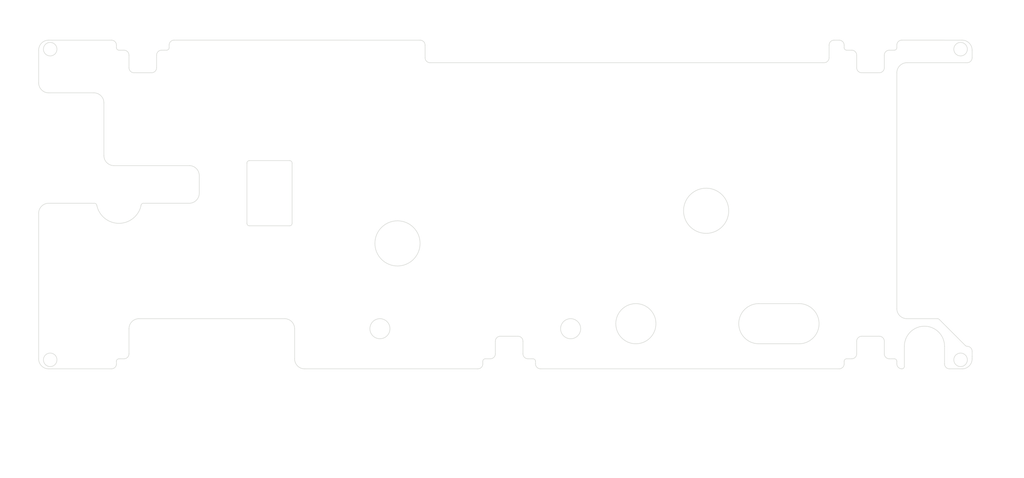
<source format=kicad_pcb>
(kicad_pcb (version 20221018) (generator pcbnew)

  (general
    (thickness 0.8)
  )

  (paper "A4")
  (title_block
    (title "mcHF QRP RF Shield ")
    (comment 1 "(C) Piotr Esden-Tempski")
    (comment 2 "License: CC-BY-SA 4.0")
  )

  (layers
    (0 "F.Cu" signal)
    (31 "B.Cu" signal)
    (32 "B.Adhes" user "B.Adhesive")
    (33 "F.Adhes" user "F.Adhesive")
    (34 "B.Paste" user)
    (35 "F.Paste" user)
    (36 "B.SilkS" user "B.Silkscreen")
    (37 "F.SilkS" user "F.Silkscreen")
    (38 "B.Mask" user)
    (39 "F.Mask" user)
    (40 "Dwgs.User" user "User.Drawings")
    (41 "Cmts.User" user "User.Comments")
    (42 "Eco1.User" user "User.Eco1")
    (43 "Eco2.User" user "User.Eco2")
    (44 "Edge.Cuts" user)
    (45 "Margin" user)
    (46 "B.CrtYd" user "B.Courtyard")
    (47 "F.CrtYd" user "F.Courtyard")
    (48 "B.Fab" user)
    (49 "F.Fab" user)
    (50 "User.1" user)
    (51 "User.2" user)
    (52 "User.3" user)
    (53 "User.4" user)
    (54 "User.5" user)
    (55 "User.6" user)
    (56 "User.7" user)
    (57 "User.8" user)
    (58 "User.9" user)
  )

  (setup
    (stackup
      (layer "F.SilkS" (type "Top Silk Screen"))
      (layer "F.Paste" (type "Top Solder Paste"))
      (layer "F.Mask" (type "Top Solder Mask") (color "White") (thickness 0))
      (layer "F.Cu" (type "copper") (thickness 0))
      (layer "dielectric 1" (type "core") (thickness 0.8) (material "FR4") (epsilon_r 4.5) (loss_tangent 0.02))
      (layer "B.Cu" (type "copper") (thickness 0))
      (layer "B.Mask" (type "Bottom Solder Mask") (color "White") (thickness 0))
      (layer "B.Paste" (type "Bottom Solder Paste"))
      (layer "B.SilkS" (type "Bottom Silk Screen"))
      (copper_finish "None")
      (dielectric_constraints no)
    )
    (pad_to_mask_clearance 0)
    (pcbplotparams
      (layerselection 0x0001000_7ffffffe)
      (plot_on_all_layers_selection 0x0000000_00000000)
      (disableapertmacros false)
      (usegerberextensions false)
      (usegerberattributes true)
      (usegerberadvancedattributes true)
      (creategerberjobfile true)
      (dashed_line_dash_ratio 12.000000)
      (dashed_line_gap_ratio 3.000000)
      (svgprecision 6)
      (plotframeref false)
      (viasonmask false)
      (mode 1)
      (useauxorigin false)
      (hpglpennumber 1)
      (hpglpenspeed 20)
      (hpglpendiameter 15.000000)
      (dxfpolygonmode false)
      (dxfimperialunits false)
      (dxfusepcbnewfont true)
      (psnegative false)
      (psa4output false)
      (plotreference false)
      (plotvalue false)
      (plotinvisibletext false)
      (sketchpadsonfab false)
      (subtractmaskfromsilk false)
      (outputformat 3)
      (mirror false)
      (drillshape 0)
      (scaleselection 1)
      (outputdirectory "")
    )
  )

  (net 0 "")

  (gr_rect (start 20 20) (end 206 85.5)
    (stroke (width 0.1) (type solid)) (fill none) (layer "Eco1.User") (tstamp 3c80e672-fb38-40c2-969a-a3483ce4ea14))
  (gr_arc (start 163.5 80.5) (mid 159.5 76.5) (end 163.5 72.5)
    (stroke (width 0.1) (type solid)) (layer "Eco2.User") (tstamp 036aedde-03c8-4421-8e8d-3319bf7e1df1))
  (gr_line (start 180.5 83.5) (end 183 83.5)
    (stroke (width 0.1) (type solid)) (layer "Eco2.User") (tstamp 0ca68106-3890-4185-8ef2-035db26a0f67))
  (gr_circle (center 88 77.5) (end 90 77.5)
    (stroke (width 0.1) (type solid)) (fill none) (layer "Eco2.User") (tstamp 0d5d5f7b-b6dd-4a36-bcb1-66e81838986c))
  (gr_rect (start 61.5 44) (end 70.5 57)
    (stroke (width 0.1) (type solid)) (fill none) (layer "Eco2.User") (tstamp 12fa27e8-8758-47aa-8cd4-b7c967228ecc))
  (gr_line (start 35.5 85.5) (end 35.5 83.5)
    (stroke (width 0.1) (type solid)) (layer "Eco2.User") (tstamp 147e7802-6b63-4451-846e-28e2777c1569))
  (gr_line (start 38 83.5) (end 38 75.5)
    (stroke (width 0.1) (type solid)) (layer "Eco2.User") (tstamp 18ce56c3-e4e6-4f78-b886-b7f34008f6bf))
  (gr_line (start 52 52.5) (end 52 45)
    (stroke (width 0.1) (type solid)) (layer "Eco2.User") (tstamp 27e66e6b-abbe-40cc-bbf6-1479bbdb70e7))
  (gr_line (start 46 22) (end 43.5 22)
    (stroke (width 0.1) (type solid)) (layer "Eco2.User") (tstamp 29f94ca4-b78b-4dc3-a446-f23c8ee1a3a2))
  (gr_line (start 35.5 83.5) (end 38 83.5)
    (stroke (width 0.1) (type solid)) (layer "Eco2.User") (tstamp 2c27fb0d-b0dc-4f88-ae8c-0f540007611f))
  (gr_line (start 108.5 85.5) (end 108.5 83.5)
    (stroke (width 0.1) (type solid)) (layer "Eco2.User") (tstamp 2c6a32ea-91e0-481d-bcc0-74b8f4850844))
  (gr_line (start 191 75.5) (end 198.5 75.5)
    (stroke (width 0.1) (type solid)) (layer "Eco2.User") (tstamp 306913a4-1279-494c-a49e-762559e1a2bf))
  (gr_line (start 116.5 83.5) (end 119 83.5)
    (stroke (width 0.1) (type solid)) (layer "Eco2.User") (tstamp 30ee01b1-ae04-4eee-bb7f-281f1bd1c804))
  (gr_line (start 163.5 80.5) (end 171.5 80.5)
    (stroke (width 0.1) (type solid)) (layer "Eco2.User") (tstamp 32cc0acd-0a57-4952-b532-3bac2b40ec2d))
  (gr_line (start 206 24.5) (end 191 24.5)
    (stroke (width 0.1) (type solid)) (layer "Eco2.User") (tstamp 348c9537-e28c-4c7b-b4fa-2812624b83fa))
  (gr_line (start 180.5 85.5) (end 180.5 83.5)
    (stroke (width 0.1) (type solid)) (layer "Eco2.User") (tstamp 34c9b05c-1152-4596-9141-766389eb073f))
  (gr_line (start 171.5 72.5) (end 163.5 72.5)
    (stroke (width 0.1) (type solid)) (layer "Eco2.User") (tstamp 369955e7-0fed-4177-93f0-a57b64c22894))
  (gr_line (start 38 26.5) (end 38 22.000001)
    (stroke (width 0.1) (type solid)) (layer "Eco2.User") (tstamp 3d026c44-4245-439f-a783-cc82843a7f39))
  (gr_line (start 111 79) (end 116.5 79)
    (stroke (width 0.1) (type solid)) (layer "Eco2.User") (tstamp 3dcb6bfd-7a52-4373-b2e2-71cb03402203))
  (gr_circle (center 22.3 21.8) (end 23.65 21.8)
    (stroke (width 0.1) (type solid)) (fill none) (layer "Eco2.User") (tstamp 40508d3e-b5bf-4ae7-b452-26001aefb3c8))
  (gr_line (start 33 30.5) (end 33 45)
    (stroke (width 0.1) (type solid)) (layer "Eco2.User") (tstamp 419e7edb-3a64-4456-b0ac-53b1db8228e5))
  (gr_line (start 198.5 75.5) (end 204 81)
    (stroke (width 0.1) (type solid)) (layer "Eco2.User") (tstamp 426db3e6-9106-4158-a91b-656b0acb43ad))
  (gr_arc (start 171.5 72.5) (mid 175.5 76.5) (end 171.5 80.5)
    (stroke (width 0.1) (type solid)) (layer "Eco2.User") (tstamp 4952a5c4-1816-4f5a-8292-7310113ff05e))
  (gr_line (start 38 22.000001) (end 35.5 22.000001)
    (stroke (width 0.1) (type solid)) (layer "Eco2.User") (tstamp 4f495e0d-d316-46e7-a8c7-85320176a54a))
  (gr_line (start 46 20) (end 46 22)
    (stroke (width 0.1) (type solid)) (layer "Eco2.User") (tstamp 5161f543-26f1-4b41-8930-d36011afeed1))
  (gr_line (start 43.5 22) (end 43.5 26.5)
    (stroke (width 0.1) (type solid)) (layer "Eco2.User") (tstamp 519409df-2ba3-4203-97ec-dc8e589eedf5))
  (gr_line (start 177.5 20) (end 177.5 24.5)
    (stroke (width 0.1) (type solid)) (layer "Eco2.User") (tstamp 573937c5-44c9-4ae9-b620-8ce5d9eeb2ec))
  (gr_line (start 192.5 81) (end 192.5 85.5)
    (stroke (width 0.1) (type solid)) (layer "Eco2.User") (tstamp 58e24b57-8cd0-4d9a-b919-6b4678eea4ab))
  (gr_line (start 183 22.000001) (end 180.5 22.000001)
    (stroke (width 0.1) (type solid)) (layer "Eco2.User") (tstamp 5e03722c-3317-46bb-b7ac-b69b80a47b83))
  (gr_line (start 35.5 22.000001) (end 35.5 20)
    (stroke (width 0.1) (type solid)) (layer "Eco2.User") (tstamp 65edc3c1-0c9b-411b-b800-725fa5eb7135))
  (gr_circle (center 153 54) (end 157.5 54)
    (stroke (width 0.1) (type solid)) (fill none) (layer "Eco2.User") (tstamp 6af3fc0c-adf3-433b-9145-738a53c0f7bb))
  (gr_line (start 183 79) (end 188.5 79)
    (stroke (width 0.1) (type solid)) (layer "Eco2.User") (tstamp 6b8d10eb-9b42-47b6-b6bf-2cefb7e88a76))
  (gr_circle (center 203.7 21.8) (end 205.05 21.8)
    (stroke (width 0.1) (type solid)) (fill none) (layer "Eco2.User") (tstamp 7276f7f3-e9bf-4688-876e-ee97b70b9c53))
  (gr_line (start 71 75.5) (end 71 85.5)
    (stroke (width 0.1) (type solid)) (layer "Eco2.User") (tstamp 7be781dd-a273-436f-9e3b-fe61c1015628))
  (gr_line (start 191 24.5) (end 191 75.5)
    (stroke (width 0.1) (type solid)) (layer "Eco2.User") (tstamp 7d7faf05-e746-4f11-9be3-772a4cb247b8))
  (gr_line (start 191 22) (end 188.5 22)
    (stroke (width 0.1) (type solid)) (layer "Eco2.User") (tstamp 81826aa3-e2b5-4008-b21a-28df19634eb2))
  (gr_circle (center 126 77.5) (end 128 77.5)
    (stroke (width 0.1) (type solid)) (fill none) (layer "Eco2.User") (tstamp 844cf659-d866-4a9b-80e0-1f3e79c859e6))
  (gr_line (start 43.5 26.5) (end 38 26.5)
    (stroke (width 0.1) (type solid)) (layer "Eco2.User") (tstamp 88e0294e-e2ac-4d64-8434-cda914f3b652))
  (gr_line (start 177.5 24.5) (end 97 24.5)
    (stroke (width 0.1) (type solid)) (layer "Eco2.User") (tstamp 8d44b40a-a79d-4717-8dac-e93cde2089ab))
  (gr_line (start 191 83.499999) (end 191 85.5)
    (stroke (width 0.1) (type solid)) (layer "Eco2.User") (tstamp 8e8c902c-3ac3-4228-92c3-242b355f4abf))
  (gr_line (start 111 83.5) (end 111 79)
    (stroke (width 0.1) (type solid)) (layer "Eco2.User") (tstamp 907abe5a-ab87-48a2-a794-bd47f79acd72))
  (gr_circle (center 91.5 60.5) (end 96 60.5)
    (stroke (width 0.1) (type solid)) (fill none) (layer "Eco2.User") (tstamp 95ab0735-7598-4162-ba34-a5dc202afa6b))
  (gr_circle (center 139 76.5) (end 143 76.5)
    (stroke (width 0.1) (type solid)) (fill none) (layer "Eco2.User") (tstamp 9c18cbb7-5c77-4b39-acac-f4aacb6d1555))
  (gr_line (start 97 24.5) (end 97 20)
    (stroke (width 0.1) (type solid)) (layer "Eco2.User") (tstamp 9f123e17-e006-414a-ad47-18e6fea09f78))
  (gr_arc (start 192.5 81) (mid 196.5 77) (end 200.5 81)
    (stroke (width 0.1) (type solid)) (layer "Eco2.User") (tstamp a9b2dfa6-dea1-4c6c-a95e-0f0e2a86441f))
  (gr_circle (center 22.3 83.7) (end 23.65 83.7)
    (stroke (width 0.1) (type solid)) (fill none) (layer "Eco2.User") (tstamp aa830118-b167-4366-be14-0dc5fc056836))
  (gr_line (start 20 52.5) (end 52 52.5)
    (stroke (width 0.1) (type solid)) (layer "Eco2.User") (tstamp ae217c0d-a3d5-4306-8022-d4f7d1f2d68c))
  (gr_line (start 204 81) (end 206 81)
    (stroke (width 0.1) (type solid)) (layer "Eco2.User") (tstamp ae3e0f11-ee14-4483-8922-0f51c2624d22))
  (gr_line (start 188.5 26.5) (end 183 26.5)
    (stroke (width 0.1) (type solid)) (layer "Eco2.User") (tstamp b3938b68-a7b7-4427-99f9-f24adfb7a220))
  (gr_line (start 183 26.5) (end 183 22.000001)
    (stroke (width 0.1) (type solid)) (layer "Eco2.User") (tstamp bab49153-a815-4334-9ee0-dca8837eec7a))
  (gr_line (start 200.5 85.5) (end 200.5 81)
    (stroke (width 0.1) (type solid)) (layer "Eco2.User") (tstamp c1812196-42e0-4bc9-9df0-ef49b28555fc))
  (gr_line (start 188.5 83.499999) (end 191 83.499999)
    (stroke (width 0.1) (type solid)) (layer "Eco2.User") (tstamp c1a4a2ac-8569-4d41-8ada-0d7679882e45))
  (gr_line (start 188.5 79) (end 188.5 83.499999)
    (stroke (width 0.1) (type solid)) (layer "Eco2.User") (tstamp c21553f4-77dc-4729-bbd9-09cabbc37008))
  (gr_line (start 52 45) (end 33 45)
    (stroke (width 0.1) (type solid)) (layer "Eco2.User") (tstamp c44ff679-f1cb-4c3a-b96d-6aa20d1de6c1))
  (gr_circle (center 203.7 83.7) (end 205.05 83.7)
    (stroke (width 0.1) (type solid)) (fill none) (layer "Eco2.User") (tstamp c7ad7723-242e-4f4c-872d-d8399b1ffc6c))
  (gr_line (start 191 20) (end 191 22)
    (stroke (width 0.1) (type solid)) (layer "Eco2.User") (tstamp c9ff1b75-a479-4dee-b341-33a8bbf780ce))
  (gr_line (start 119 83.5) (end 119 85.5)
    (stroke (width 0.1) (type solid)) (layer "Eco2.User") (tstamp d058ea03-e370-4f10-897e-8b444344e5f4))
  (gr_line (start 180.5 22.000001) (end 180.5 20)
    (stroke (width 0.1) (type solid)) (layer "Eco2.User") (tstamp d0b255ee-9c09-492c-8631-74221eb40540))
  (gr_line (start 108.5 83.5) (end 111 83.5)
    (stroke (width 0.1) (type solid)) (layer "Eco2.User") (tstamp d13d5d03-00d8-48a5-8780-9c5c3cefa5eb))
  (gr_line (start 38 75.5) (end 71 75.5)
    (stroke (width 0.1) (type solid)) (layer "Eco2.User") (tstamp d3433550-9492-4ec8-a2a2-6e62941d487d))
  (gr_line (start 116.5 79) (end 116.5 83.5)
    (stroke (width 0.1) (type solid)) (layer "Eco2.User") (tstamp f1eac80b-ccf8-4c17-ba66-cbb338682f4f))
  (gr_line (start 188.5 22) (end 188.5 26.5)
    (stroke (width 0.1) (type solid)) (layer "Eco2.User") (tstamp f425f498-a9c3-4c2a-88cf-a3a9fecb7154))
  (gr_line (start 183 83.5) (end 183 79)
    (stroke (width 0.1) (type solid)) (layer "Eco2.User") (tstamp f9910edd-d3d5-4303-b621-ab7cb165f77d))
  (gr_circle (center 36 52) (end 40.5 52)
    (stroke (width 0.1) (type solid)) (fill none) (layer "Eco2.User") (tstamp fca565b8-8b54-474d-adc7-355ab4de9661))
  (gr_line (start 20 30.5) (end 33 30.5)
    (stroke (width 0.1) (type solid)) (layer "Eco2.User") (tstamp fecaa9c2-5476-4404-bd49-69b733d5f6a5))
  (gr_line (start 39 26.5) (end 42.5 26.5)
    (stroke (width 0.1) (type solid)) (layer "Edge.Cuts") (tstamp 059cc1d8-06c4-4bd6-bb62-7143790a7e62))
  (gr_arc (start 180.5 84.595013) (mid 180.174352 85.240164) (end 179.5 85.5)
    (stroke (width 0.1) (type solid)) (layer "Edge.Cuts") (tstamp 07b00f90-d25d-4107-b6e1-69438ce8f1f6))
  (gr_arc (start 193 75.5) (mid 191.585786 74.914214) (end 191 73.5)
    (stroke (width 0.1) (type solid)) (layer "Edge.Cuts") (tstamp 087b654c-c9cb-418e-9f38-b456309525f6))
  (gr_line (start 192 19.995013) (end 204 20)
    (stroke (width 0.1) (type solid)) (layer "Edge.Cuts") (tstamp 0c293ec8-b131-46c2-87f3-72e750b494e9))
  (gr_line (start 62 44) (end 70 44)
    (stroke (width 0.1) (type solid)) (layer "Edge.Cuts") (tstamp 0c8e690c-4135-4675-8067-15607684e850))
  (gr_line (start 189.5 83.495013) (end 190.5 83.495014)
    (stroke (width 0.1) (type solid)) (layer "Edge.Cuts") (tstamp 0f1e5201-d67e-4a51-a65f-9cf8a713191a))
  (gr_arc (start 177.5 21) (mid 177.792893 20.292893) (end 178.5 20)
    (stroke (width 0.1) (type solid)) (layer "Edge.Cuts") (tstamp 0f366ea7-ecf8-4f16-871f-25ba5eedc2c0))
  (gr_arc (start 37 22) (mid 37.707107 22.292893) (end 38 23)
    (stroke (width 0.1) (type solid)) (layer "Edge.Cuts") (tstamp 0fdab609-05d0-42d4-9845-af24ea7c92aa))
  (gr_arc (start 188.5 23) (mid 188.792893 22.292893) (end 189.5 22)
    (stroke (width 0.1) (type solid)) (layer "Edge.Cuts") (tstamp 1032a3ae-7785-4f11-a087-99326ed3f125))
  (gr_line (start 109 83.495013) (end 110 83.495013)
    (stroke (width 0.1) (type solid)) (layer "Edge.Cuts") (tstamp 1092e194-d47b-4313-81ae-a13a85554eaa))
  (gr_line (start 36 83.495013) (end 37 83.495013)
    (stroke (width 0.1) (type solid)) (layer "Edge.Cuts") (tstamp 12e9c8a2-3d26-4188-89e9-15f6fbb9a176))
  (gr_line (start 184 26.5) (end 187.5 26.5)
    (stroke (width 0.1) (type solid)) (layer "Edge.Cuts") (tstamp 1311d6a3-390d-48e0-9b01-93b83bafe94e))
  (gr_line (start 108.5 84.595013) (end 108.5 83.995013)
    (stroke (width 0.1) (type solid)) (layer "Edge.Cuts") (tstamp 14fcb7cd-9ee6-4afe-95d0-f9944c6b6486))
  (gr_line (start 35.5 84.595013) (end 35.5 83.995013)
    (stroke (width 0.1) (type solid)) (layer "Edge.Cuts") (tstamp 195e22e5-362a-4f25-8c17-9b4dd7538717))
  (gr_arc (start 35.5 83.995013) (mid 35.646447 83.64146) (end 36 83.495013)
    (stroke (width 0.1) (type solid)) (layer "Edge.Cuts") (tstamp 1e046c4f-8824-4e42-b290-42aaf49e5a8c))
  (gr_arc (start 20 54.5) (mid 20.585786 53.085786) (end 22 52.5)
    (stroke (width 0.1) (type solid)) (layer "Edge.Cuts") (tstamp 1fa67137-0e51-4d34-a122-3125e7d66fb8))
  (gr_arc (start 206 83.5) (mid 205.414214 84.914214) (end 204 85.5)
    (stroke (width 0.1) (type solid)) (layer "Edge.Cuts") (tstamp 21edd940-44a9-4cee-b112-c5246c49ad7c))
  (gr_line (start 200.5 84.5) (end 200.5 81)
    (stroke (width 0.1) (type solid)) (layer "Edge.Cuts") (tstamp 239e43b6-0870-4684-8872-554b56cccc33))
  (gr_arc (start 191 21.5) (mid 190.853553 21.853553) (end 190.5 22)
    (stroke (width 0.1) (type solid)) (layer "Edge.Cuts") (tstamp 27633592-cfba-43e6-886d-785f2dfcd329))
  (gr_line (start 46.000001 20.9) (end 46 21.5)
    (stroke (width 0.1) (type solid)) (layer "Edge.Cuts") (tstamp 2c4f7346-d694-4c22-98eb-c9caad2555ec))
  (gr_arc (start 108.5 83.995013) (mid 108.646447 83.64146) (end 109 83.495013)
    (stroke (width 0.1) (type solid)) (layer "Edge.Cuts") (tstamp 2caba19d-966f-4619-85f7-a0868e4d2025))
  (gr_arc (start 43.5 23) (mid 43.792893 22.292893) (end 44.5 22)
    (stroke (width 0.1) (type solid)) (layer "Edge.Cuts") (tstamp 2dbd9aae-ed36-4251-8718-83229e3e1462))
  (gr_line (start 178.5 20) (end 179.5 20)
    (stroke (width 0.1) (type solid)) (layer "Edge.Cuts") (tstamp 2dd41330-0743-409b-ab64-401e3731d089))
  (gr_line (start 35.5 21.5) (end 35.5 21)
    (stroke (width 0.1) (type solid)) (layer "Edge.Cuts") (tstamp 2f2cac7f-7108-4091-9172-c6d70440d525))
  (gr_circle (center 126 77.5) (end 128 77.5)
    (stroke (width 0.1) (type solid)) (fill none) (layer "Edge.Cuts") (tstamp 2f59a751-a500-4453-a890-1cc91c1dde43))
  (gr_line (start 22 20) (end 34.5 20)
    (stroke (width 0.1) (type solid)) (layer "Edge.Cuts") (tstamp 34407764-5ad0-47e2-94ee-d6ef3c5f30b9))
  (gr_line (start 187.5 78.995013) (end 184 78.995013)
    (stroke (width 0.1) (type solid)) (layer "Edge.Cuts") (tstamp 36217780-6ff6-4f76-a9cc-a75d8984451c))
  (gr_line (start 47 19.995013) (end 96 20)
    (stroke (width 0.1) (type solid)) (layer "Edge.Cuts") (tstamp 377c79c1-585e-456c-a16b-31f28a2c0607))
  (gr_arc (start 73 85.5) (mid 71.585786 84.914214) (end 71 83.5)
    (stroke (width 0.1) (type solid)) (layer "Edge.Cuts") (tstamp 38582939-8b0d-4dfc-9524-2510058dc615))
  (gr_arc (start 35 45) (mid 33.585786 44.414214) (end 33 43)
    (stroke (width 0.1) (type solid)) (layer "Edge.Cuts") (tstamp 3abd9f23-58fe-4ea1-98c5-6e56f1acb333))
  (gr_line (start 188.5 82.495013) (end 188.5 79.995012)
    (stroke (width 0.1) (type solid)) (layer "Edge.Cuts") (tstamp 3adee34e-023b-4502-9617-7953a0d23b94))
  (gr_arc (start 35.5 84.595013) (mid 35.174352 85.240164) (end 34.5 85.5)
    (stroke (width 0.1) (type solid)) (layer "Edge.Cuts") (tstamp 3b69941b-2b5e-4b9d-955b-f0ef887fcfd4))
  (gr_arc (start 70 44) (mid 70.353553 44.146447) (end 70.5 44.5)
    (stroke (width 0.1) (type solid)) (layer "Edge.Cuts") (tstamp 400864f3-4d31-44d7-8fa2-84e961156b95))
  (gr_arc (start 43.5 25.5) (mid 43.207107 26.207107) (end 42.5 26.5)
    (stroke (width 0.1) (type solid)) (layer "Edge.Cuts") (tstamp 40c1add4-b921-4f97-816c-a21193457bc1))
  (gr_arc (start 96 20) (mid 96.707107 20.292893) (end 97 21)
    (stroke (width 0.1) (type solid)) (layer "Edge.Cuts") (tstamp 44ebd578-597c-4e55-8e0d-e88c78fb7860))
  (gr_arc (start 117.5 83.495013) (mid 116.792893 83.20212) (end 116.5 82.495013)
    (stroke (width 0.1) (type solid)) (layer "Edge.Cuts") (tstamp 4541f183-2b00-48ac-846d-a867ed4704df))
  (gr_arc (start 182 22) (mid 182.707107 22.292893) (end 183 23)
    (stroke (width 0.1) (type solid)) (layer "Edge.Cuts") (tstamp 45fca78a-cc58-4356-915a-e091fd314b53))
  (gr_arc (start 111 79.995013) (mid 111.292893 79.287906) (end 112 78.995013)
    (stroke (width 0.1) (type solid)) (layer "Edge.Cuts") (tstamp 481bf9a2-0544-4547-884d-0822f581daea))
  (gr_arc (start 205 81) (mid 205.707107 81.292893) (end 206 82)
    (stroke (width 0.1) (type solid)) (layer "Edge.Cuts") (tstamp 4907aba6-707c-4ee9-a413-05e0d540ef15))
  (gr_arc (start 115.5 78.995013) (mid 116.207106 79.287906) (end 116.5 79.995012)
    (stroke (width 0.1) (type solid)) (layer "Edge.Cuts") (tstamp 4a1cb180-01a3-4da5-9542-b5abfbdd96e6))
  (gr_arc (start 183 79.995013) (mid 183.292893 79.287906) (end 184 78.995013)
    (stroke (width 0.1) (type solid)) (layer "Edge.Cuts") (tstamp 4c71b0db-f491-4764-8596-6cc785eadd94))
  (gr_arc (start 204 20) (mid 205.414214 20.585786) (end 206 22)
    (stroke (width 0.1) (type solid)) (layer "Edge.Cuts") (tstamp 557f97c0-d800-417d-938b-5bbdaf632098))
  (gr_line (start 180.5 21.5) (end 180.5 21)
    (stroke (width 0.1) (type solid)) (layer "Edge.Cuts") (tstamp 5d6295c7-1ba2-4ff2-8ef1-e510762bdd90))
  (gr_line (start 180.5 84.595013) (end 180.5 83.995013)
    (stroke (width 0.1) (type solid)) (layer "Edge.Cuts") (tstamp 5d8caa4d-1122-41cc-bd66-8c3ae108365f))
  (gr_line (start 181 83.495013) (end 182 83.495013)
    (stroke (width 0.1) (type solid)) (layer "Edge.Cuts") (tstamp 5e97be39-1ce3-4f86-b34c-3c25d49c78c5))
  (gr_line (start 177.5 23.5) (end 177.5 21)
    (stroke (width 0.1) (type solid)) (layer "Edge.Cuts") (tstamp 5f4eeea8-1133-4360-afb0-7f5c5fa9ef7b))
  (gr_arc (start 206 23.5) (mid 205.707107 24.207107) (end 205 24.5)
    (stroke (width 0.1) (type solid)) (layer "Edge.Cuts") (tstamp 600eedaf-12f2-49b9-9dce-f1c8492bff2b))
  (gr_arc (start 171.5 72.5) (mid 175.5 76.5) (end 171.5 80.5)
    (stroke (width 0.1) (type solid)) (layer "Edge.Cuts") (tstamp 611f450e-818a-44e1-abb9-a5e5ae20ea63))
  (gr_arc (start 52 50.5) (mid 51.414214 51.914214) (end 50 52.5)
    (stroke (width 0.1) (type solid)) (layer "Edge.Cuts") (tstamp 65cea409-c8a1-4e58-a991-3af420395529))
  (gr_line (start 171.5 72.5) (end 163.5 72.5)
    (stroke (width 0.1) (type solid)) (layer "Edge.Cuts") (tstamp 6630b109-c114-4901-b670-3c49a4c55710))
  (gr_arc (start 39 26.5) (mid 38.292893 26.207107) (end 38 25.5)
    (stroke (width 0.1) (type solid)) (layer "Edge.Cuts") (tstamp 664c4c55-9ca8-49c9-99fc-b1864ebb3152))
  (gr_arc (start 40.39 53) (mid 36 56.500496) (end 31.61 53)
    (stroke (width 0.1) (type solid)) (layer "Edge.Cuts") (tstamp 6a306cdd-3a96-4551-bffe-a91ec330f3ba))
  (gr_line (start 206 22) (end 206 23.5)
    (stroke (width 0.1) (type solid)) (layer "Edge.Cuts") (tstamp 6a3a976c-a0a9-48a8-a404-e6f0d8bace58))
  (gr_line (start 70.5 44.5) (end 70.5 56.5)
    (stroke (width 0.1) (type solid)) (layer "Edge.Cuts") (tstamp 6cfb65de-3c88-4836-a320-983de30cc157))
  (gr_line (start 61.5 56.5) (end 61.5 44.5)
    (stroke (width 0.1) (type solid)) (layer "Edge.Cuts") (tstamp 6e11fbe5-842d-4800-b334-41954930350b))
  (gr_line (start 22 52.5) (end 31.106447 52.5)
    (stroke (width 0.1) (type solid)) (layer "Edge.Cuts") (tstamp 6ffde2e8-be7d-4b19-a49c-28069b6a53ae))
  (gr_arc (start 191.000001 20.9) (mid 191.325649 20.25485) (end 192 19.995013)
    (stroke (width 0.1) (type solid)) (layer "Edge.Cuts") (tstamp 73060ff3-472f-44d8-a163-1ca3aa29ec27))
  (gr_arc (start 34.5 20) (mid 35.207107 20.292893) (end 35.5 21)
    (stroke (width 0.1) (type solid)) (layer "Edge.Cuts") (tstamp 7719610f-aaba-4821-82e4-c95c0dad0eae))
  (gr_line (start 190.999999 83.995013) (end 191 84.495013)
    (stroke (width 0.1) (type solid)) (layer "Edge.Cuts") (tstamp 77c0297c-6166-436e-9a60-a0ec98913f5e))
  (gr_line (start 107.5 85.5) (end 73 85.5)
    (stroke (width 0.1) (type solid)) (layer "Edge.Cuts") (tstamp 78fc4583-266c-425f-9787-2684c5242f68))
  (gr_circle (center 139 76.5) (end 143 76.5)
    (stroke (width 0.1) (type solid)) (fill none) (layer "Edge.Cuts") (tstamp 799fe917-ce00-493f-93fe-c43541b2ec30))
  (gr_line (start 204.646447 80.851614) (end 199.45 75.646447)
    (stroke (width 0.1) (type solid)) (layer "Edge.Cuts") (tstamp 7ac77ea3-0b9b-45a3-8317-6fd13bca605c))
  (gr_line (start 71 83.5) (end 71 77.5)
    (stroke (width 0.1) (type solid)) (layer "Edge.Cuts") (tstamp 7e75d82e-01fb-4310-a6ab-81a6b03e31bb))
  (gr_arc (start 38 77.5) (mid 38.585786 76.085786) (end 40 75.5)
    (stroke (width 0.1) (type solid)) (layer "Edge.Cuts") (tstamp 7e948331-364b-4cee-a65f-b38f7ecec903))
  (gr_line (start 179.5 85.5) (end 120 85.495013)
    (stroke (width 0.1) (type solid)) (layer "Edge.Cuts") (tstamp 807cacdf-fdb9-4059-a9fb-d6cb1b8ad8ce))
  (gr_line (start 50.1 45) (end 35 45)
    (stroke (width 0.1) (type solid)) (layer "Edge.Cuts") (tstamp 82347cf6-c854-4033-bc1a-1b6ef3dc92f6))
  (gr_arc (start 189.5 83.495013) (mid 188.792893 83.20212) (end 188.5 82.495013)
    (stroke (width 0.1) (type solid)) (layer "Edge.Cuts") (tstamp 82558b64-2077-4092-b36e-fe0394c7212a))
  (gr_line (start 118.999999 83.995013) (end 119 84.495013)
    (stroke (width 0.1) (type solid)) (layer "Edge.Cuts") (tstamp 84d1f596-680f-4482-b6b5-14977a5683c6))
  (gr_line (start 70 57) (end 62 57)
    (stroke (width 0.1) (type solid)) (layer "Edge.Cuts") (tstamp 881452fd-bdbb-4e81-8e88-addd3112dbb8))
  (gr_circle (center 203.7 83.7) (end 205.05 83.7)
    (stroke (width 0.1) (type solid)) (fill none) (layer "Edge.Cuts") (tstamp 88dadc5a-fa68-4910-ab76-ab5b96521cfa))
  (gr_arc (start 187.5 78.995013) (mid 188.207106 79.287906) (end 188.5 79.995012)
    (stroke (width 0.1) (type solid)) (layer "Edge.Cuts") (tstamp 89db186b-5615-4da5-aed1-71b24ad9f43a))
  (gr_arc (start 201.5 85.5) (mid 200.792893 85.207107) (end 200.5 84.5)
    (stroke (width 0.1) (type solid)) (layer "Edge.Cuts") (tstamp 8a418bcc-8efa-4402-8088-370164df7199))
  (gr_arc (start 22 85.5) (mid 20.585786 84.914214) (end 20 83.5)
    (stroke (width 0.1) (type solid)) (layer "Edge.Cuts") (tstamp 8d746bd1-ff39-4fec-961c-e79e16126888))
  (gr_arc (start 118.5 83.495014) (mid 118.853553 83.64146) (end 118.999999 83.995013)
    (stroke (width 0.1) (type solid)) (layer "Edge.Cuts") (tstamp 8f1886c3-6b42-4651-bea5-94134c017b62))
  (gr_arc (start 181 22) (mid 180.646447 21.853553) (end 180.5 21.5)
    (stroke (width 0.1) (type solid)) (layer "Edge.Cuts") (tstamp 918a1b28-50d5-4010-b4ea-9408c1f6259e))
  (gr_line (start 20 83.5) (end 20 54.5)
    (stroke (width 0.1) (type solid)) (layer "Edge.Cuts") (tstamp 91b64606-301d-4efb-b05d-8a9fc020f7a5))
  (gr_line (start 115.5 78.995013) (end 112 78.995013)
    (stroke (width 0.1) (type solid)) (layer "Edge.Cuts") (tstamp 91d183ee-d47a-419e-938a-656d95bac012))
  (gr_line (start 182 22) (end 181 22)
    (stroke (width 0.1) (type solid)) (layer "Edge.Cuts") (tstamp 91e68d6f-dedf-4c8e-bd89-ad7c115403f6))
  (gr_line (start 183 23) (end 183 25.5)
    (stroke (width 0.1) (type solid)) (layer "Edge.Cuts") (tstamp 9224ba96-280d-49f0-ac63-598a9c487dbd))
  (gr_arc (start 192 85.495013) (mid 191.292893 85.20212) (end 191 84.495013)
    (stroke (width 0.1) (type solid)) (layer "Edge.Cuts") (tstamp 936d2f53-e12b-4407-bb93-d3be411514e5))
  (gr_line (start 191 26.5) (end 191 73.5)
    (stroke (width 0.1) (type solid)) (layer "Edge.Cuts") (tstamp 97f68312-1a5a-4f19-b24b-ae8126713ae5))
  (gr_line (start 45.5 22) (end 44.5 22)
    (stroke (width 0.1) (type solid)) (layer "Edge.Cuts") (tstamp 9dc25e22-407f-46d1-b21a-5ab5ef20bf14))
  (gr_line (start 193 75.5) (end 199.096447 75.500001)
    (stroke (width 0.1) (type solid)) (layer "Edge.Cuts") (tstamp 9e6039a3-22e0-4dfb-bf87-79697eb971be))
  (gr_line (start 20 28.5) (end 20 22)
    (stroke (width 0.1) (type solid)) (layer "Edge.Cuts") (tstamp 9f07326d-f7a8-423e-9c29-e3f3678a4e90))
  (gr_line (start 52 50.5) (end 52.002498 47)
    (stroke (width 0.1) (type solid)) (layer "Edge.Cuts") (tstamp 9f44c1a6-af1c-4f65-9d43-816285a73126))
  (gr_arc (start 38 82.495013) (mid 37.707107 83.20212) (end 37 83.495013)
    (stroke (width 0.1) (type solid)) (layer "Edge.Cuts") (tstamp 9f5c1278-8f9a-4486-ab99-dca8bc7400e0))
  (gr_arc (start 183 82.495013) (mid 182.707107 83.20212) (end 182 83.495013)
    (stroke (width 0.1) (type solid)) (layer "Edge.Cuts") (tstamp a22106eb-855d-40a8-a700-a757cfb98dbb))
  (gr_line (start 38 23) (end 38 25.5)
    (stroke (width 0.1) (type solid)) (layer "Edge.Cuts") (tstamp a445cf8f-6ea4-4718-bd5a-d49d8f2cffc4))
  (gr_arc (start 70.5 56.5) (mid 70.353553 56.853553) (end 70 57)
    (stroke (width 0.1) (type solid)) (layer "Edge.Cuts") (tstamp a5991b20-6849-4a3c-af6c-b3582e258191))
  (gr_line (start 43.5 23) (end 43.5 25.5)
    (stroke (width 0.1) (type solid)) (layer "Edge.Cuts") (tstamp a5a2dd51-c0bf-4ce2-bcf2-4441988e5a6a))
  (gr_line (start 40.9 52.5) (end 50 52.5)
    (stroke (width 0.1) (type solid)) (layer "Edge.Cuts") (tstamp a5ad566a-d1b4-42c7-a321-05486a7c1a09))
  (gr_arc (start 184 26.5) (mid 183.292893 26.207107) (end 183 25.5)
    (stroke (width 0.1) (type solid)) (layer "Edge.Cuts") (tstamp a5d1f554-6ffa-46ce-bf9c-3983f8551eb8))
  (gr_circle (center 153 54) (end 157.5 54)
    (stroke (width 0.1) (type solid)) (fill none) (layer "Edge.Cuts") (tstamp a7881234-80e7-44aa-9d39-a2c5d88cca84))
  (gr_arc (start 36 22) (mid 35.646447 21.853553) (end 35.5 21.5)
    (stroke (width 0.1) (type solid)) (layer "Edge.Cuts") (tstamp a8df3965-7299-40a7-a1b6-8c1c8245e011))
  (gr_line (start 163.5 80.5) (end 171.5 80.5)
    (stroke (width 0.1) (type solid)) (layer "Edge.Cuts") (tstamp aa149c14-1bfb-4a3a-a776-ad52ec5d6187))
  (gr_arc (start 46 21.5) (mid 45.853553 21.853553) (end 45.5 22)
    (stroke (width 0.1) (type solid)) (layer "Edge.Cuts") (tstamp ac884bc9-f17e-4589-8cc1-ff7e229e1e28))
  (gr_line (start 191.000001 20.9) (end 191 21.5)
    (stroke (width 0.1) (type solid)) (layer "Edge.Cuts") (tstamp ae3bce7e-3d09-4b4e-a2db-376230fb2a21))
  (gr_arc (start 111 82.495013) (mid 110.707107 83.20212) (end 110 83.495013)
    (stroke (width 0.1) (type solid)) (layer "Edge.Cuts") (tstamp ae849ad3-0915-433f-857d-3cd752915c8f))
  (gr_line (start 183 82.495013) (end 183 79.995013)
    (stroke (width 0.1) (type solid)) (layer "Edge.Cuts") (tstamp ae90f291-429e-4708-a48c-52084b328633))
  (gr_line (start 192.5 81) (end 192.5 85)
    (stroke (width 0.1) (type solid)) (layer "Edge.Cuts") (tstamp b0a28623-48b6-4e17-93a3-1c173ee2e9f0))
  (gr_circle (center 22.3 83.7) (end 23.65 83.7)
    (stroke (width 0.1) (type solid)) (fill none) (layer "Edge.Cuts") (tstamp b687457c-6ec5-4c0e-abaf-da0a687f414e))
  (gr_line (start 34.5 85.5) (end 22 85.5)
    (stroke (width 0.1) (type solid)) (layer "Edge.Cuts") (tstamp b7c367f9-275f-49f0-9b0b-74bf07f599c9))
  (gr_arc (start 163.5 80.5) (mid 159.5 76.5) (end 163.5 72.5)
    (stroke (width 0.1) (type solid)) (layer "Edge.Cuts") (tstamp b9cad5ab-5c1f-4d3f-9a86-9e3b8a7a2847))
  (gr_arc (start 188.5 25.5) (mid 188.207107 26.207107) (end 187.5 26.5)
    (stroke (width 0.1) (type solid)) (layer "Edge.Cuts") (tstamp bba01cef-0130-48a1-a2ac-b02cc270129b))
  (gr_arc (start 120 85.495013) (mid 119.292893 85.20212) (end 119 84.495013)
    (stroke (width 0.1) (type solid)) (layer "Edge.Cuts") (tstamp bf3bd217-f301-4b00-8dc8-77e59864797f))
  (gr_line (start 117.5 83.495013) (end 118.5 83.495014)
    (stroke (width 0.1) (type solid)) (layer "Edge.Cuts") (tstamp c372353f-c8d7-448d-b030-a31cc6006fdc))
  (gr_circle (center 88 77.5) (end 90 77.5)
    (stroke (width 0.1) (type solid)) (fill none) (layer "Edge.Cuts") (tstamp c526fdd5-cb82-436c-99f5-84aedb656eed))
  (gr_line (start 204 85.5) (end 201.5 85.5)
    (stroke (width 0.1) (type solid)) (layer "Edge.Cuts") (tstamp c64d935a-d7e2-468d-86f8-bf38c1245a04))
  (gr_arc (start 192.5 81) (mid 196.5 77) (end 200.5 81)
    (stroke (width 0.1) (type solid)) (layer "Edge.Cuts") (tstamp c7ed139e-67d8-475e-a9c1-23538ae298af))
  (gr_arc (start 179.5 20) (mid 180.207107 20.292893) (end 180.5 21)
    (stroke (width 0.1) (type solid)) (layer "Edge.Cuts") (tstamp c825dc58-d43c-4ea7-9210-5c527b7347b9))
  (gr_line (start 190.5 22) (end 189.5 22)
    (stroke (width 0.1) (type solid)) (layer "Edge.Cuts") (tstamp c84c472a-df0a-44a9-a5fc-b328c4e5e58e))
  (gr_arc (start 205 81) (mid 204.808023 80.961676) (end 204.645476 80.85258)
    (stroke (width 0.1) (type solid)) (layer "Edge.Cuts") (tstamp c890b504-a02e-4271-a9f6-6baab133be8c))
  (gr_arc (start 190.5 83.495014) (mid 190.853553 83.64146) (end 190.999999 83.995013)
    (stroke (width 0.1) (type solid)) (layer "Edge.Cuts") (tstamp c8a53afa-bf5c-46bb-b5d6-4e968eca6d1b))
  (gr_line (start 31 30.5) (end 22 30.5)
    (stroke (width 0.1) (type solid)) (layer "Edge.Cuts") (tstamp cb8a969b-b7bd-4ce0-97d7-a9acb1231ee4))
  (gr_arc (start 199.096447 75.500001) (mid 199.288535 75.536895) (end 199.451772 75.644657)
    (stroke (width 0.1) (type solid)) (layer "Edge.Cuts") (tstamp ce876301-f9db-4f9c-b947-726289e4a284))
  (gr_line (start 38 77.5) (end 38 82.495013)
    (stroke (width 0.1) (type solid)) (layer "Edge.Cuts") (tstamp cf65f866-bf4f-48bd-8dd3-ea70a0a194dc))
  (gr_line (start 37 22) (end 36 22)
    (stroke (width 0.1) (type solid)) (layer "Edge.Cuts") (tstamp cf9883de-da15-40d7-a25d-3d470239c6dd))
  (gr_line (start 111 82.495013) (end 111 79.995013)
    (stroke (width 0.1) (type solid)) (layer "Edge.Cuts") (tstamp d13ba9be-71b6-454b-ae2e-4b0d20490c19))
  (gr_line (start 205 24.5) (end 193 24.5)
    (stroke (width 0.1) (type solid)) (layer "Edge.Cuts") (tstamp d1c4a138-988b-4d9e-9d91-53a8dbaf4e24))
  (gr_arc (start 69 75.5) (mid 70.414214 76.085786) (end 71 77.5)
    (stroke (width 0.1) (type solid)) (layer "Edge.Cuts") (tstamp d219a9a0-f049-47a0-a7d7-ba952b6b2557))
  (gr_arc (start 98 24.5) (mid 97.292893 24.207107) (end 97 23.5)
    (stroke (width 0.1) (type solid)) (layer "Edge.Cuts") (tstamp d655e24c-9563-4a7c-87ab-43f5cf0dc22a))
  (gr_line (start 116.5 82.495013) (end 116.5 79.995012)
    (stroke (width 0.1) (type solid)) (layer "Edge.Cuts") (tstamp dd1ec509-6db5-45ed-94e6-cf865aa4aeea))
  (gr_circle (center 22.3 21.8) (end 23.65 21.8)
    (stroke (width 0.1) (type solid)) (fill none) (layer "Edge.Cuts") (tstamp dd619734-8a9b-4a84-8246-e739125d1af1))
  (gr_arc (start 22 30.5) (mid 20.585786 29.914214) (end 20 28.5)
    (stroke (width 0.1) (type solid)) (layer "Edge.Cuts") (tstamp dd8dc505-d4a8-478d-b14c-623584dd3100))
  (gr_arc (start 40.39 53) (mid 40.539376 52.639376) (end 40.9 52.49)
    (stroke (width 0.1) (type solid)) (layer "Edge.Cuts") (tstamp dece4749-c298-48d2-8abe-a51015da0905))
  (gr_line (start 97 21) (end 97 23.5)
    (stroke (width 0.1) (type solid)) (layer "Edge.Cuts") (tstamp df598cae-d198-4935-953e-5c1d628d4eb4))
  (gr_arc (start 31 30.5) (mid 32.414214 31.085786) (end 33 32.5)
    (stroke (width 0.1) (type solid)) (layer "Edge.Cuts") (tstamp dfca7133-2c56-4610-bed3-9fbb22553089))
  (gr_arc (start 46.000001 20.9) (mid 46.325649 20.25485) (end 47 19.995013)
    (stroke (width 0.1) (type solid)) (layer "Edge.Cuts") (tstamp e2fb1c27-7435-4758-a5c5-3145d4073cca))
  (gr_arc (start 180.5 83.995013) (mid 180.646447 83.64146) (end 181 83.495013)
    (stroke (width 0.1) (type solid)) (layer "Edge.Cuts") (tstamp e32e3359-e390-4a22-ae24-e9e6b72826df))
  (gr_arc (start 192.5 85) (mid 192.353553 85.353553) (end 192 85.5)
    (stroke (width 0.1) (type solid)) (layer "Edge.Cuts") (tstamp e4e769e4-5462-4c31-9971-fa30f50f4af7))
  (gr_line (start 33 43) (end 33 32.5)
    (stroke (width 0.1) (type solid)) (layer "Edge.Cuts") (tstamp e59ba922-1b2f-48fa-aafe-0b4ad400b780))
  (gr_circle (center 91.5 60.5) (end 96 60.5)
    (stroke (width 0.1) (type solid)) (fill none) (layer "Edge.Cuts") (tstamp e842240c-682d-459a-9b7f-a586f46aa2bd))
  (gr_arc (start 20 22) (mid 20.585786 20.585786) (end 22 20)
    (stroke (width 0.1) (type solid)) (layer "Edge.Cuts") (tstamp e9be3779-97de-454c-b36a-bcc0c58f9e80))
  (gr_line (start 206 83) (end 206 82)
    (stroke (width 0.1) (type solid)) (layer "Edge.Cuts") (tstamp eaf198e7-8b8a-4698-b700-d6059fafeb58))
  (gr_arc (start 191 26.5) (mid 191.585786 25.085786) (end 193 24.5)
    (stroke (width 0.1) (type solid)) (layer "Edge.Cuts") (tstamp ec258ebd-0ef8-4e60-a2e5-becc83a31e17))
  (gr_arc (start 62 57) (mid 61.646447 56.853553) (end 61.5 56.5)
    (stroke (width 0.1) (type solid)) (layer "Edge.Cuts") (tstamp ec507482-b337-4410-b91d-c16ec1eeaef8))
  (gr_line (start 69 75.5) (end 40 75.5)
    (stroke (width 0.1) (type solid)) (layer "Edge.Cuts") (tstamp edba5878-d0d5-4ea5-bc5a-4d649c049398))
  (gr_arc (start 61.5 44.5) (mid 61.646447 44.146447) (end 62 44)
    (stroke (width 0.1) (type solid)) (layer "Edge.Cuts") (tstamp ef319f80-ddb3-40e4-a642-cb457ef2719a))
  (gr_line (start 98 24.5) (end 176.5 24.5)
    (stroke (width 0.1) (type solid)) (layer "Edge.Cuts") (tstamp f1ebdf13-ba59-4791-8c47-a8a7f7d60cf8))
  (gr_arc (start 50.1 45) (mid 51.450905 45.619828) (end 52.002498 47)
    (stroke (width 0.1) (type solid)) (layer "Edge.Cuts") (tstamp f3ca2726-49d9-4d3a-a217-26270a5cc84c))
  (gr_arc (start 108.5 84.595013) (mid 108.174352 85.240164) (end 107.5 85.5)
    (stroke (width 0.1) (type solid)) (layer "Edge.Cuts") (tstamp f7d9f332-b9a0-460e-9c5a-cac220728537))
  (gr_arc (start 31.106447 52.500001) (mid 31.455854 52.648705) (end 31.600041 53)
    (stroke (width 0.1) (type solid)) (layer "Edge.Cuts") (tstamp f84f1cca-79f0-4d7b-8e79-49875a52421d))
  (gr_circle (center 203.7 21.8) (end 205.05 21.8)
    (stroke (width 0.1) (type solid)) (fill none) (layer "Edge.Cuts") (tstamp f88daf86-53ff-478e-906c-291720c594bd))
  (gr_line (start 206 83) (end 206 83.5)
    (stroke (width 0.1) (type solid)) (layer "Edge.Cuts") (tstamp fc2ac8c2-d241-4acc-875d-a9a826c5f52a))
  (gr_line (start 188.5 23) (end 188.5 25.5)
    (stroke (width 0.1) (type solid)) (layer "Edge.Cuts") (tstamp fc77debf-8ef2-4b94-86ca-e8ac1362bbee))
  (gr_arc (start 177.5 23.5) (mid 177.207107 24.207107) (end 176.5 24.5)
    (stroke (width 0.1) (type solid)) (layer "Edge.Cuts") (tstamp fe93aef0-862a-4123-99e5-419d8d6bf324))
  (gr_text "The Edge.Cuts layer is the actual RF Shield outline.\nAll other layers are meant as construction reference." (at 109.2 101.4) (layer "Cmts.User") (tstamp ce3d1114-952b-42f1-a558-df16f07d473e)
    (effects (font (size 4 4) (thickness 0.15)))
  )
  (dimension (type aligned) (layer "Dwgs.User") (tstamp 04ff4d8b-5fbb-4a58-bef8-787485f4b04a)
    (pts (xy 61.5 57) (xy 70.5 57))
    (height 1.999999)
    (gr_text "9 mm" (at 66 57.849999) (layer "Dwgs.User") (tstamp 04ff4d8b-5fbb-4a58-bef8-787485f4b04a)
      (effects (font (size 1 1) (thickness 0.15)))
    )
    (format (prefix "") (suffix "") (units 3) (units_format 1) (precision 0))
    (style (thickness 0.1) (arrow_length 1.27) (text_position_mode 0) (extension_height 0.58642) (extension_offset 0.5) keep_text_aligned)
  )
  (dimension (type aligned) (layer "Dwgs.User") (tstamp 060ab33f-584d-49b0-9314-0e9bd8f6e37c)
    (pts (xy 183 79) (xy 188.5 79))
    (height 2)
    (gr_text "5.5 mm" (at 185.75 79.8) (layer "Dwgs.User") (tstamp 060ab33f-584d-49b0-9314-0e9bd8f6e37c)
      (effects (font (size 0.75 0.75) (thickness 0.15)))
    )
    (format (prefix "") (suffix "") (units 3) (units_format 1) (precision 1))
    (style (thickness 0.1) (arrow_length 1.27) (text_position_mode 2) (extension_height 0.58642) (extension_offset 0.5) keep_text_aligned)
  )
  (dimension (type aligned) (layer "Dwgs.User") (tstamp 09565026-eaa5-4642-a146-22a7f5177903)
    (pts (xy 183 25) (xy 188.5 25))
    (height 0)
    (gr_text "5.5 mm" (at 185.75 24.1) (layer "Dwgs.User") (tstamp 09565026-eaa5-4642-a146-22a7f5177903)
      (effects (font (size 0.75 0.75) (thickness 0.15)))
    )
    (format (prefix "") (suffix "") (units 3) (units_format 1) (precision 1))
    (style (thickness 0.1) (arrow_length 1.27) (text_position_mode 0) (extension_height 0.58642) (extension_offset 0.5) keep_text_aligned)
  )
  (dimension (type aligned) (layer "Dwgs.User") (tstamp 1c9b8b12-87b2-4b9e-81d7-93f38666e05e)
    (pts (xy 20 20) (xy 35.5 20))
    (height -2)
    (gr_text "15.5 mm" (at 27.75 16.85) (layer "Dwgs.User") (tstamp 1c9b8b12-87b2-4b9e-81d7-93f38666e05e)
      (effects (font (size 1 1) (thickness 0.15)))
    )
    (format (prefix "") (suffix "") (units 3) (units_format 1) (precision 1))
    (style (thickness 0.1) (arrow_length 1.27) (text_position_mode 0) (extension_height 0.58642) (extension_offset 0.5) keep_text_aligned)
  )
  (dimension (type aligned) (layer "Dwgs.User") (tstamp 21c45b8e-a371-4417-84cf-d04ac7d9e7fe)
    (pts (xy 153 58.5) (xy 153 85.5))
    (height 0)
    (gr_text "27.0 mm" (at 151.85 72 90) (layer "Dwgs.User") (tstamp 21c45b8e-a371-4417-84cf-d04ac7d9e7fe)
      (effects (font (size 1 1) (thickness 0.15)))
    )
    (format (prefix "") (suffix "") (units 3) (units_format 1) (precision 1))
    (style (thickness 0.1) (arrow_length 1.27) (text_position_mode 0) (extension_height 0.58642) (extension_offset 0.5) keep_text_aligned)
  )
  (dimension (type aligned) (layer "Dwgs.User") (tstamp 24d2f315-7a77-4bc3-b9d6-bc1993cca123)
    (pts (xy 135 76.5) (xy 143 76.5))
    (height 0)
    (gr_text "8.0 mm" (at 139 75.35) (layer "Dwgs.User") (tstamp 24d2f315-7a77-4bc3-b9d6-bc1993cca123)
      (effects (font (size 1 1) (thickness 0.15)))
    )
    (format (prefix "") (suffix "") (units 3) (units_format 1) (precision 1))
    (style (thickness 0.1) (arrow_length 1.27) (text_position_mode 0) (extension_height 0.58642) (extension_offset 0.5) keep_text_aligned)
  )
  (dimension (type aligned) (layer "Dwgs.User") (tstamp 29b46d75-1e63-4ee4-a169-cfa720bc0163)
    (pts (xy 36 56.5) (xy 36 47.5))
    (height 0.1)
    (gr_text "9.0 mm" (at 34.95 52 90) (layer "Dwgs.User") (tstamp 29b46d75-1e63-4ee4-a169-cfa720bc0163)
      (effects (font (size 1 1) (thickness 0.15)))
    )
    (format (prefix "") (suffix "") (units 3) (units_format 1) (precision 1))
    (style (thickness 0.1) (arrow_length 1.27) (text_position_mode 0) (extension_height 0.58642) (extension_offset 0.5) keep_text_aligned)
  )
  (dimension (type aligned) (layer "Dwgs.User") (tstamp 2bbb138d-5df3-4ca7-8549-56344d5b899e)
    (pts (xy 196.5 77) (xy 196.5 85.5))
    (height -12.5)
    (gr_text "8.5 mm" (at 207.85 81.25 90) (layer "Dwgs.User") (tstamp 2bbb138d-5df3-4ca7-8549-56344d5b899e)
      (effects (font (size 1 1) (thickness 0.15)))
    )
    (format (prefix "") (suffix "") (units 3) (units_format 1) (precision 1))
    (style (thickness 0.1) (arrow_length 1.27) (text_position_mode 0) (extension_height 0.58642) (extension_offset 0.5) keep_text_aligned)
  )
  (dimension (type aligned) (layer "Dwgs.User") (tstamp 2ee2d00d-35d0-443a-8aa6-fa5339cd6895)
    (pts (xy 70.5 44) (xy 70.5 20))
    (height 2.5)
    (gr_text "24.0 mm" (at 71.85 32 90) (layer "Dwgs.User") (tstamp 2ee2d00d-35d0-443a-8aa6-fa5339cd6895)
      (effects (font (size 1 1) (thickness 0.15)))
    )
    (format (prefix "") (suffix "") (units 3) (units_format 1) (precision 1))
    (style (thickness 0.1) (arrow_length 1.27) (text_position_mode 0) (extension_height 0.58642) (extension_offset 0.5) keep_text_aligned)
  )
  (dimension (type aligned) (layer "Dwgs.User") (tstamp 33534c55-85cd-4758-8ddf-094d16a5a67c)
    (pts (xy 36 56.5) (xy 20 56.5))
    (height -1.5)
    (gr_text "16.0 mm" (at 28 56.85) (layer "Dwgs.User") (tstamp 33534c55-85cd-4758-8ddf-094d16a5a67c)
      (effects (font (size 1 1) (thickness 0.15)))
    )
    (format (prefix "") (suffix "") (units 3) (units_format 1) (precision 1))
    (style (thickness 0.1) (arrow_length 1.27) (text_position_mode 0) (extension_height 0.58642) (extension_offset 0.5) keep_text_aligned)
  )
  (dimension (type aligned) (layer "Dwgs.User") (tstamp 36935e54-21c3-4eb8-9627-f16b49f07cf1)
    (pts (xy 97 24.5) (xy 177.5 24.5))
    (height 3.499999)
    (gr_text "80.5 mm" (at 137.25 26.849999) (layer "Dwgs.User") (tstamp 36935e54-21c3-4eb8-9627-f16b49f07cf1)
      (effects (font (size 1 1) (thickness 0.15)))
    )
    (format (prefix "") (suffix "") (units 3) (units_format 1) (precision 1))
    (style (thickness 0.1) (arrow_length 1.27) (text_position_mode 0) (extension_height 0.58642) (extension_offset 0.5) keep_text_aligned)
  )
  (dimension (type aligned) (layer "Dwgs.User") (tstamp 40449fa6-a786-4bd8-abbb-c19ab14d3093)
    (pts (xy 148.5 54) (xy 157.5 54))
    (height 0)
    (gr_text "9.0 mm" (at 153 52.85) (layer "Dwgs.User") (tstamp 40449fa6-a786-4bd8-abbb-c19ab14d3093)
      (effects (font (size 1 1) (thickness 0.15)))
    )
    (format (prefix "") (suffix "") (units 3) (units_format 1) (precision 1))
    (style (thickness 0.1) (arrow_length 1.27) (text_position_mode 0) (extension_height 0.58642) (extension_offset 0.5) keep_text_aligned)
  )
  (dimension (type aligned) (layer "Dwgs.User") (tstamp 41a9edce-c726-46b9-9181-cbd8c87beaa8)
    (pts (xy 180.5 83.5) (xy 191 83.499999))
    (height -5.5)
    (gr_text "10.5 mm" (at 185.75 76.849999 1.091348179e-05) (layer "Dwgs.User") (tstamp 41a9edce-c726-46b9-9181-cbd8c87beaa8)
      (effects (font (size 1 1) (thickness 0.15)))
    )
    (format (prefix "") (suffix "") (units 3) (units_format 1) (precision 1))
    (style (thickness 0.1) (arrow_length 1.27) (text_position_mode 0) (extension_height 0.58642) (extension_offset 0.5) keep_text_aligned)
  )
  (dimension (type aligned) (layer "Dwgs.User") (tstamp 458cda20-fcc1-4b6f-bd89-6e7ca5d49279)
    (pts (xy 171.5 80.5) (xy 171.5 72.5))
    (height 6.5)
    (gr_text "8.0 mm" (at 176.85 76.5 90) (layer "Dwgs.User") (tstamp 458cda20-fcc1-4b6f-bd89-6e7ca5d49279)
      (effects (font (size 1 1) (thickness 0.15)))
    )
    (format (prefix "") (suffix "") (units 3) (units_format 1) (precision 1))
    (style (thickness 0.1) (arrow_length 1.27) (text_position_mode 0) (extension_height 0.58642) (extension_offset 0.5) keep_text_aligned)
  )
  (dimension (type aligned) (layer "Dwgs.User") (tstamp 4935825e-9f82-45ab-a52b-a0c29eaf54b5)
    (pts (xy 206 85.5) (xy 200.5 85.5))
    (height -2.6)
    (gr_text "5.5 mm" (at 203.25 87.2) (layer "Dwgs.User") (tstamp 4935825e-9f82-45ab-a52b-a0c29eaf54b5)
      (effects (font (size 0.75 0.75) (thickness 0.15)))
    )
    (format (prefix "") (suffix "") (units 3) (units_format 1) (precision 1))
    (style (thickness 0.1) (arrow_length 1.27) (text_position_mode 0) (extension_height 0.58642) (extension_offset 0.5) keep_text_aligned)
  )
  (dimension (type aligned) (layer "Dwgs.User") (tstamp 4ba82986-e713-4abe-b13d-447cf28a15b0)
    (pts (xy 192.5 81) (xy 200.5 81))
    (height -0.1)
    (gr_text "8.0 mm" (at 196.5 79.75) (layer "Dwgs.User") (tstamp 4ba82986-e713-4abe-b13d-447cf28a15b0)
      (effects (font (size 1 1) (thickness 0.15)))
    )
    (format (prefix "") (suffix "") (units 3) (units_format 1) (precision 1))
    (style (thickness 0.1) (arrow_length 1.27) (text_position_mode 0) (extension_height 0.58642) (extension_offset 0.5) keep_text_aligned)
  )
  (dimension (type aligned) (layer "Dwgs.User") (tstamp 53b55227-20ac-48e8-9b04-2623c2eedd73)
    (pts (xy 38 25) (xy 43.5 25))
    (height 0)
    (gr_text "5.5 mm" (at 40.75 24.1) (layer "Dwgs.User") (tstamp 53b55227-20ac-48e8-9b04-2623c2eedd73)
      (effects (font (size 0.75 0.75) (thickness 0.15)))
    )
    (format (prefix "") (suffix "") (units 3) (units_format 1) (precision 1))
    (style (thickness 0.1) (arrow_length 1.27) (text_position_mode 0) (extension_height 0.58642) (extension_offset 0.5) keep_text_aligned)
  )
  (dimension (type aligned) (layer "Dwgs.User") (tstamp 5cbd2add-d8ea-4e02-957f-609d7021c650)
    (pts (xy 108.5 83.5) (xy 119 83.5))
    (height -5.5)
    (gr_text "10.5 mm" (at 113.75 76.85) (layer "Dwgs.User") (tstamp 5cbd2add-d8ea-4e02-957f-609d7021c650)
      (effects (font (size 1 1) (thickness 0.15)))
    )
    (format (prefix "") (suffix "") (units 3) (units_format 1) (precision 1))
    (style (thickness 0.1) (arrow_length 1.27) (text_position_mode 0) (extension_height 0.58642) (extension_offset 0.5) keep_text_aligned)
  )
  (dimension (type aligned) (layer "Dwgs.User") (tstamp 68a413a5-3298-472a-8acd-cb1cd6ad7211)
    (pts (xy 191 20) (xy 177.5 20))
    (height 1.999999)
    (gr_text "13.5 mm" (at 184.25 16.850001) (layer "Dwgs.User") (tstamp 68a413a5-3298-472a-8acd-cb1cd6ad7211)
      (effects (font (size 1 1) (thickness 0.15)))
    )
    (format (prefix "") (suffix "") (units 3) (units_format 1) (precision 1))
    (style (thickness 0.1) (arrow_length 1.27) (text_position_mode 0) (extension_height 0.58642) (extension_offset 0.5) keep_text_aligned)
  )
  (dimension (type aligned) (layer "Dwgs.User") (tstamp 6e8a220b-7042-446b-bf7c-2146e55fb190)
    (pts (xy 206 85.5) (xy 206 20))
    (height 8)
    (gr_text "65.5 mm" (at 212.85 52.75 90) (layer "Dwgs.User") (tstamp 6e8a220b-7042-446b-bf7c-2146e55fb190)
      (effects (font (size 1 1) (thickness 0.15)))
    )
    (format (prefix "") (suffix "") (units 3) (units_format 1) (precision 1))
    (style (thickness 0.1) (arrow_length 1.27) (text_position_mode 0) (extension_height 0.58642) (extension_offset 0.5) keep_text_aligned)
  )
  (dimension (type aligned) (layer "Dwgs.User") (tstamp 701de32d-2361-4db2-9289-f115b7c0d360)
    (pts (xy 159.5 76.5) (xy 159.5 85.5))
    (height 2.499999)
    (gr_text "9.0 mm" (at 155.850001 81 90) (layer "Dwgs.User") (tstamp 701de32d-2361-4db2-9289-f115b7c0d360)
      (effects (font (size 1 1) (thickness 0.15)))
    )
    (format (prefix "") (suffix "") (units 3) (units_format 1) (precision 1))
    (style (thickness 0.1) (arrow_length 1.27) (text_position_mode 0) (extension_height 0.58642) (extension_offset 0.5) keep_text_aligned)
  )
  (dimension (type aligned) (layer "Dwgs.User") (tstamp 70d2aec9-0118-46c8-b1b4-f4dc40d5ef5e)
    (pts (xy 198 24.5) (xy 198 75.5))
    (height 0)
    (gr_text "51.0 mm" (at 196.85 50 90) (layer "Dwgs.User") (tstamp 70d2aec9-0118-46c8-b1b4-f4dc40d5ef5e)
      (effects (font (size 1 1) (thickness 0.15)))
    )
    (format (prefix "") (suffix "") (units 3) (units_format 1) (precision 1))
    (style (thickness 0.1) (arrow_length 1.27) (text_position_mode 0) (extension_height 0.58642) (extension_offset 0.5) keep_text_aligned)
  )
  (dimension (type aligned) (layer "Dwgs.User") (tstamp 71ddc3cb-09be-4e66-a18b-eb9a8e03c2a8)
    (pts (xy 191 72) (xy 206 72))
    (height 0)
    (gr_text "15.0 mm" (at 201.6 71.9) (layer "Dwgs.User") (tstamp 71ddc3cb-09be-4e66-a18b-eb9a8e03c2a8)
      (effects (font (size 1 1) (thickness 0.15)))
    )
    (format (prefix "") (suffix "") (units 3) (units_format 1) (precision 1))
    (style (thickness 0.1) (arrow_length 1.27) (text_position_mode 2) (extension_height 0.58642) (extension_offset 0.5) keep_text_aligned)
  )
  (dimension (type aligned) (layer "Dwgs.User") (tstamp 79a4b1a3-abd4-46e2-b568-8dd9fc51128e)
    (pts (xy 97 20) (xy 97 24.5))
    (height 2.999999)
    (gr_text "4.5 mm" (at 92.6 23.4 90) (layer "Dwgs.User") (tstamp 79a4b1a3-abd4-46e2-b568-8dd9fc51128e)
      (effects (font (size 1 1) (thickness 0.15)))
    )
    (format (prefix "") (suffix "") (units 3) (units_format 1) (precision 1))
    (style (thickness 0.1) (arrow_length 1.27) (text_position_mode 2) (extension_height 0.58642) (extension_offset 0.5) keep_text_aligned)
  )
  (dimension (type aligned) (layer "Dwgs.User") (tstamp 8e58c74b-db56-408c-b993-28fc1aba3327)
    (pts (xy 20 52.5) (xy 20 85.5))
    (height 3.046332)
    (gr_text "33.0 mm" (at 15.803668 69 90) (layer "Dwgs.User") (tstamp 8e58c74b-db56-408c-b993-28fc1aba3327)
      (effects (font (size 1 1) (thickness 0.15)))
    )
    (format (prefix "") (suffix "") (units 3) (units_format 1) (precision 1))
    (style (thickness 0.1) (arrow_length 1.27) (text_position_mode 0) (extension_height 0.58642) (extension_offset 0.5) keep_text_aligned)
  )
  (dimension (type aligned) (layer "Dwgs.User") (tstamp 8ef36f11-f616-43b8-bb64-47adec8e283c)
    (pts (xy 45 45) (xy 45 52.5))
    (height 0.999999)
    (gr_text "7.5 mm" (at 43.100001 48.75 90) (layer "Dwgs.User") (tstamp 8ef36f11-f616-43b8-bb64-47adec8e283c)
      (effects (font (size 0.75 0.75) (thickness 0.15)))
    )
    (format (prefix "") (suffix "") (units 3) (units_format 1) (precision 1))
    (style (thickness 0.1) (arrow_length 1.27) (text_position_mode 0) (extension_height 0.58642) (extension_offset 0.5) keep_text_aligned)
  )
  (dimension (type aligned) (layer "Dwgs.User") (tstamp 90593e0b-8f0d-4e7a-9b13-0473a77ff1aa)
    (pts (xy 111 81) (xy 116.5 81))
    (height 0)
    (gr_text "5.5 mm" (at 113.75 80.1) (layer "Dwgs.User") (tstamp 90593e0b-8f0d-4e7a-9b13-0473a77ff1aa)
      (effects (font (size 0.75 0.75) (thickness 0.15)))
    )
    (format (prefix "") (suffix "") (units 3) (units_format 1) (precision 1))
    (style (thickness 0.1) (arrow_length 1.27) (text_position_mode 0) (extension_height 0.58642) (extension_offset 0.5) keep_text_aligned)
  )
  (dimension (type aligned) (layer "Dwgs.User") (tstamp 90c40162-c727-4b5e-9f2c-15e1db299e99)
    (pts (xy 159.5 76.5) (xy 175.5 76.5))
    (height 0)
    (gr_text "16.0 mm" (at 167.5 75.35) (layer "Dwgs.User") (tstamp 90c40162-c727-4b5e-9f2c-15e1db299e99)
      (effects (font (size 1 1) (thickness 0.15)))
    )
    (format (prefix "") (suffix "") (units 3) (units_format 1) (precision 1))
    (style (thickness 0.1) (arrow_length 1.27) (text_position_mode 0) (extension_height 0.58642) (extension_offset 0.5) keep_text_aligned)
  )
  (dimension (type aligned) (layer "Dwgs.User") (tstamp 95fdced5-2174-4e57-ba1c-de9e996a4d53)
    (pts (xy 86 77.5) (xy 90 77.5))
    (height -3.5)
    (gr_text "4.0 mm" (at 88 72.85) (layer "Dwgs.User") (tstamp 95fdced5-2174-4e57-ba1c-de9e996a4d53)
      (effects (font (size 1 1) (thickness 0.15)))
    )
    (format (prefix "") (suffix "") (units 3) (units_format 1) (precision 1))
    (style (thickness 0.1) (arrow_length 1.27) (text_position_mode 0) (extension_height 0.58642) (extension_offset 0.5) keep_text_aligned)
  )
  (dimension (type aligned) (layer "Dwgs.User") (tstamp 9efb103a-697c-428d-899a-2164d1c1fda3)
    (pts (xy 143 85.5) (xy 143 76.5))
    (height 2.9)
    (gr_text "9.0 mm" (at 144.75 81 90) (layer "Dwgs.User") (tstamp 9efb103a-697c-428d-899a-2164d1c1fda3)
      (effects (font (size 1 1) (thickness 0.15)))
    )
    (format (prefix "") (suffix "") (units 3) (units_format 1) (precision 1))
    (style (thickness 0.1) (arrow_length 1.27) (text_position_mode 0) (extension_height 0.58642) (extension_offset 0.5) keep_text_aligned)
  )
  (dimension (type aligned) (layer "Dwgs.User") (tstamp a9e1c0dd-e590-4264-a2d9-ebdce62cb47a)
    (pts (xy 36.1 56.5) (xy 36.1 52.5))
    (height 7.9)
    (gr_text "4 mm" (at 43.1 54.5 90) (layer "Dwgs.User") (tstamp a9e1c0dd-e590-4264-a2d9-ebdce62cb47a)
      (effects (font (size 0.75 0.75) (thickness 0.15)))
    )
    (format (prefix "") (suffix "") (units 3) (units_format 1) (precision 0))
    (style (thickness 0.1) (arrow_length 1.27) (text_position_mode 0) (extension_height 0.58642) (extension_offset 0.5) keep_text_aligned)
  )
  (dimension (type aligned) (layer "Dwgs.User") (tstamp ab7fff21-abcd-4fe6-bce2-962f24f5eba4)
    (pts (xy 206 20) (xy 191 20))
    (height 1.999999)
    (gr_text "15.0 mm" (at 198.5 16.850001) (layer "Dwgs.User") (tstamp ab7fff21-abcd-4fe6-bce2-962f24f5eba4)
      (effects (font (size 1 1) (thickness 0.15)))
    )
    (format (prefix "") (suffix "") (units 3) (units_format 1) (precision 1))
    (style (thickness 0.1) (arrow_length 1.27) (text_position_mode 0) (extension_height 0.58642) (extension_offset 0.5) keep_text_aligned)
  )
  (dimension (type aligned) (layer "Dwgs.User") (tstamp b7c12e1b-9ac3-48fa-82a6-f9a67d5af987)
    (pts (xy 124 77.5) (xy 128 77.5))
    (height -3.5)
    (gr_text "4.0 mm" (at 126 72.85) (layer "Dwgs.User") (tstamp b7c12e1b-9ac3-48fa-82a6-f9a67d5af987)
      (effects (font (size 1 1) (thickness 0.15)))
    )
    (format (prefix "") (suffix "") (units 3) (units_format 1) (precision 1))
    (style (thickness 0.1) (arrow_length 1.27) (text_position_mode 0) (extension_height 0.58642) (extension_offset 0.5) keep_text_aligned)
  )
  (dimension (type aligned) (layer "Dwgs.User") (tstamp bc7c9933-5e95-47d4-a975-d3966087f8a2)
    (pts (xy 20 20) (xy 206 20))
    (height -6)
    (gr_text "186.0 mm" (at 113 12.85) (layer "Dwgs.User") (tstamp bc7c9933-5e95-47d4-a975-d3966087f8a2)
      (effects (font (size 1 1) (thickness 0.15)))
    )
    (format (prefix "") (suffix "") (units 3) (units_format 1) (precision 1))
    (style (thickness 0.1) (arrow_length 1.27) (text_position_mode 0) (extension_height 0.58642) (extension_offset 0.5) keep_text_aligned)
  )
  (dimension (type aligned) (layer "Dwgs.User") (tstamp c055bedb-0e11-4c1c-a3c1-c4f1b9f223f6)
    (pts (xy 20 52.5) (xy 20 30.5))
    (height -3.046332)
    (gr_text "22.0 mm" (at 15.803668 41.5 90) (layer "Dwgs.User") (tstamp c055bedb-0e11-4c1c-a3c1-c4f1b9f223f6)
      (effects (font (size 1 1) (thickness 0.15)))
    )
    (format (prefix "") (suffix "") (units 3) (units_format 1) (precision 1))
    (style (thickness 0.1) (arrow_length 1.27) (text_position_mode 0) (extension_height 0.58642) (extension_offset 0.5) keep_text_aligned)
  )
  (dimension (type aligned) (layer "Dwgs.User") (tstamp c15f97aa-651d-4d49-82c5-21b9408fc9c7)
    (pts (xy 180.5 22.000001) (xy 191 22))
    (height 6.799999)
    (gr_text "10.5 mm" (at 185.75 27.649999 1.091348179e-05) (layer "Dwgs.User") (tstamp c15f97aa-651d-4d49-82c5-21b9408fc9c7)
      (effects (font (size 1 1) (thickness 0.15)))
    )
    (format (prefix "") (suffix "") (units 3) (units_format 1) (precision 1))
    (style (thickness 0.1) (arrow_length 1.27) (text_position_mode 0) (extension_height 0.58642) (extension_offset 0.5) keep_text_aligned)
  )
  (dimension (type aligned) (layer "Dwgs.User") (tstamp c86912fe-0292-45cd-9e72-ae562edd4bc0)
    (pts (xy 91.5 65) (xy 20 65))
    (height -2)
    (gr_text "71.5 mm" (at 55.75 65.85) (layer "Dwgs.User") (tstamp c86912fe-0292-45cd-9e72-ae562edd4bc0)
      (effects (font (size 1 1) (thickness 0.15)))
    )
    (format (prefix "") (suffix "") (units 3) (units_format 1) (precision 1))
    (style (thickness 0.1) (arrow_length 1.27) (text_position_mode 0) (extension_height 0.58642) (extension_offset 0.5) keep_text_aligned)
  )
  (dimension (type aligned) (layer "Dwgs.User") (tstamp cf4ecaa4-87fc-4082-8c66-e1c3e29ae5ce)
    (pts (xy 61.5 57) (xy 20 57))
    (height -5)
    (gr_text "41.5 mm" (at 40.75 60.85) (layer "Dwgs.User") (tstamp cf4ecaa4-87fc-4082-8c66-e1c3e29ae5ce)
      (effects (font (size 1 1) (thickness 0.15)))
    )
    (format (prefix "") (suffix "") (units 3) (units_format 1) (precision 1))
    (style (thickness 0.1) (arrow_length 1.27) (text_position_mode 0) (extension_height 0.58642) (extension_offset 0.5) keep_text_aligned)
  )
  (dimension (type aligned) (layer "Dwgs.User") (tstamp d0495ef4-f254-48ef-82ba-e205f7923fbc)
    (pts (xy 70.5 57) (xy 70.5 44))
    (height 2.5)
    (gr_text "13.0 mm" (at 71.85 50.5 90) (layer "Dwgs.User") (tstamp d0495ef4-f254-48ef-82ba-e205f7923fbc)
      (effects (font (size 1 1) (thickness 0.15)))
    )
    (format (prefix "") (suffix "") (units 3) (units_format 1) (precision 1))
    (style (thickness 0.1) (arrow_length 1.27) (text_position_mode 0) (extension_height 0.58642) (extension_offset 0.5) keep_text_aligned)
  )
  (dimension (type aligned) (layer "Dwgs.User") (tstamp e0ff709a-2d35-4441-9e25-706dfbd564e6)
    (pts (xy 87 60.5) (xy 96 60.5))
    (height 0)
    (gr_text "9.0 mm" (at 91.5 59.35) (layer "Dwgs.User") (tstamp e0ff709a-2d35-4441-9e25-706dfbd564e6)
      (effects (font (size 1 1) (thickness 0.15)))
    )
    (format (prefix "") (suffix "") (units 3) (units_format 1) (precision 1))
    (style (thickness 0.1) (arrow_length 1.27) (text_position_mode 0) (extension_height 0.58642) (extension_offset 0.5) keep_text_aligned)
  )
  (dimension (type aligned) (layer "Dwgs.User") (tstamp e4643344-a6a7-4bb2-abe7-33f759f5913a)
    (pts (xy 87 60.5) (xy 87 20))
    (height -2)
    (gr_text "40.5 mm" (at 83.85 40.25 90) (layer "Dwgs.User") (tstamp e4643344-a6a7-4bb2-abe7-33f759f5913a)
      (effects (font (size 1 1) (thickness 0.15)))
    )
    (format (prefix "") (suffix "") (units 3) (units_format 1) (precision 1))
    (style (thickness 0.1) (arrow_length 1.27) (text_position_mode 0) (extension_height 0.58642) (extension_offset 0.5) keep_text_aligned)
  )
  (dimension (type aligned) (layer "Dwgs.User") (tstamp e942e138-a827-422d-8ed2-366102833c3e)
    (pts (xy 35.5 22.000001) (xy 46 22))
    (height 6.999999)
    (gr_text "10.5 mm" (at 40.75 27.849999 1.091348179e-05) (layer "Dwgs.User") (tstamp e942e138-a827-422d-8ed2-366102833c3e)
      (effects (font (size 1 1) (thickness 0.15)))
    )
    (format (prefix "") (suffix "") (units 3) (units_format 1) (precision 1))
    (style (thickness 0.1) (arrow_length 1.27) (text_position_mode 0) (extension_height 0.58642) (extension_offset 0.5) keep_text_aligned)
  )
  (dimension (type aligned) (layer "Dwgs.User") (tstamp f7decfcf-1a26-42ee-939a-ab211eecca35)
    (pts (xy 128 85.5) (xy 128 77.5))
    (height 2.5)
    (gr_text "8.0 mm" (at 129.35 81.5 90) (layer "Dwgs.User") (tstamp f7decfcf-1a26-42ee-939a-ab211eecca35)
      (effects (font (size 1 1) (thickness 0.15)))
    )
    (format (prefix "") (suffix "") (units 3) (units_format 1) (precision 1))
    (style (thickness 0.1) (arrow_length 1.27) (text_position_mode 0) (extension_height 0.58642) (extension_offset 0.5) keep_text_aligned)
  )
  (dimension (type aligned) (layer "Dwgs.User") (tstamp fa9bbc0b-f968-4162-be20-18eaf0b712a2)
    (pts (xy 20 20) (xy 20 30.5))
    (height 2.999999)
    (gr_text "10.5 mm" (at 15.850001 25.25 90) (layer "Dwgs.User") (tstamp fa9bbc0b-f968-4162-be20-18eaf0b712a2)
      (effects (font (size 1 1) (thickness 0.15)))
    )
    (format (prefix "") (suffix "") (units 3) (units_format 1) (precision 1))
    (style (thickness 0.1) (arrow_length 1.27) (text_position_mode 0) (extension_height 0.58642) (extension_offset 0.5) keep_text_aligned)
  )
  (dimension (type leader) (layer "Dwgs.User") (tstamp 41e35a93-d52f-457e-9487-2815b6573b20)
    (pts (xy 202.9 21.8) (xy 200.5 21.8))
    (gr_text "2.7mm" (at 197.4 21.8) (layer "Dwgs.User") (tstamp 41e35a93-d52f-457e-9487-2815b6573b20)
      (effects (font (size 1 1) (thickness 0.15)))
    )
    (format (prefix "") (suffix "") (units 0) (units_format 0) (precision 4) (override_value "2.7mm"))
    (style (thickness 0.1) (arrow_length 1.27) (text_position_mode 0) (text_frame 0) (extension_offset 0.5))
  )
  (dimension (type orthogonal) (layer "Dwgs.User") (tstamp 12def8ba-aa4a-4b59-b1e2-19bec36cf6a4)
    (pts (xy 108.5 85.5) (xy 108.5 83.5))
    (height -1.5)
    (orientation 1)
    (gr_text "2.0 mm" (at 105.6 82.6 90) (layer "Dwgs.User") (tstamp 12def8ba-aa4a-4b59-b1e2-19bec36cf6a4)
      (effects (font (size 1 1) (thickness 0.15)))
    )
    (format (prefix "") (suffix "") (units 3) (units_format 1) (precision 1))
    (style (thickness 0.1) (arrow_length 1.27) (text_position_mode 2) (extension_height 0.58642) (extension_offset 0.5) keep_text_aligned)
  )
  (dimension (type orthogonal) (layer "Dwgs.User") (tstamp 1ecd4cf1-e568-4bb6-81aa-ef648200229e)
    (pts (xy 128 92) (xy 119 85.5))
    (height 0)
    (orientation 0)
    (gr_text "9.0 mm" (at 123.5 90.85) (layer "Dwgs.User") (tstamp 1ecd4cf1-e568-4bb6-81aa-ef648200229e)
      (effects (font (size 1 1) (thickness 0.15)))
    )
    (format (prefix "") (suffix "") (units 3) (units_format 1) (precision 1))
    (style (thickness 0.1) (arrow_length 1.27) (text_position_mode 0) (extension_height 0.58642) (extension_offset 0.5) keep_text_aligned)
  )
  (dimension (type orthogonal) (layer "Dwgs.User") (tstamp 26ed7637-b61e-4e61-a975-80946e57fdf8)
    (pts (xy 43.5 26.5) (xy 46 20))
    (height 5.5)
    (orientation 1)
    (gr_text "6.5 mm" (at 47.85 23.25 90) (layer "Dwgs.User") (tstamp 26ed7637-b61e-4e61-a975-80946e57fdf8)
      (effects (font (size 1 1) (thickness 0.15)))
    )
    (format (prefix "") (suffix "") (units 3) (units_format 1) (precision 1))
    (style (thickness 0.1) (arrow_length 1.27) (text_position_mode 0) (extension_height 0.58642) (extension_offset 0.5) keep_text_aligned)
  )
  (dimension (type orthogonal) (layer "Dwgs.User") (tstamp 34a37d23-0239-476b-b7e6-26dfe8f3d656)
    (pts (xy 20 85.5) (xy 35.5 85.5))
    (height 3.5)
    (orientation 0)
    (gr_text "15.5000 mm" (at 27.75 87.85) (layer "Dwgs.User") (tstamp 34a37d23-0239-476b-b7e6-26dfe8f3d656)
      (effects (font (size 1 1) (thickness 0.15)))
    )
    (format (prefix "") (suffix "") (units 3) (units_format 1) (precision 4))
    (style (thickness 0.1) (arrow_length 1.27) (text_position_mode 0) (extension_height 0.58642) (extension_offset 0.5) keep_text_aligned)
  )
  (dimension (type orthogonal) (layer "Dwgs.User") (tstamp 42ea0be8-7367-4fe1-aa2d-192df8a4ab50)
    (pts (xy 206 20) (xy 203.7 21.8))
    (height 4)
    (orientation 1)
    (gr_text "1.8 mm" (at 209.9 25.1 90) (layer "Dwgs.User") (tstamp 42ea0be8-7367-4fe1-aa2d-192df8a4ab50)
      (effects (font (size 1 1) (thickness 0.15)))
    )
    (format (prefix "") (suffix "") (units 3) (units_format 1) (precision 1))
    (style (thickness 0.1) (arrow_length 1.27) (text_position_mode 2) (extension_height 0.58642) (extension_offset 0.5) keep_text_aligned)
  )
  (dimension (type orthogonal) (layer "Dwgs.User") (tstamp 49a66d94-7fdc-4520-ab2c-a15d51d163a4)
    (pts (xy 71 85.5) (xy 71 75.5))
    (height 3)
    (orientation 1)
    (gr_text "10.0 mm" (at 72.85 80.5 90) (layer "Dwgs.User") (tstamp 49a66d94-7fdc-4520-ab2c-a15d51d163a4)
      (effects (font (size 1 1) (thickness 0.15)))
    )
    (format (prefix "") (suffix "") (units 3) (units_format 1) (precision 1))
    (style (thickness 0.1) (arrow_length 1.27) (text_position_mode 0) (extension_height 0.58642) (extension_offset 0.5) keep_text_aligned)
  )
  (dimension (type orthogonal) (layer "Dwgs.User") (tstamp 4f928572-28fe-4e0d-93a1-b6a8e4707401)
    (pts (xy 35.5 89) (xy 38 83.5))
    (height 0)
    (orientation 0)
    (gr_text "2.5 mm" (at 36.75 90.5) (layer "Dwgs.User") (tstamp 4f928572-28fe-4e0d-93a1-b6a8e4707401)
      (effects (font (size 1 1) (thickness 0.15)))
    )
    (format (prefix "") (suffix "") (units 3) (units_format 1) (precision 1))
    (style (thickness 0.1) (arrow_length 1.27) (text_position_mode 2) (extension_height 0.58642) (extension_offset 0.5) keep_text_aligned)
  )
  (dimension (type orthogonal) (layer "Dwgs.User") (tstamp 720abc67-9715-414e-acbe-415bedca6399)
    (pts (xy 175.5 92) (xy 143 76.4))
    (height 0)
    (orientation 0)
    (gr_text "32.5 mm" (at 159.25 90.85) (layer "Dwgs.User") (tstamp 720abc67-9715-414e-acbe-415bedca6399)
      (effects (font (size 1 1) (thickness 0.15)))
    )
    (format (prefix "") (suffix "") (units 3) (units_format 1) (precision 1))
    (style (thickness 0.1) (arrow_length 1.27) (text_position_mode 0) (extension_height 0.58642) (extension_offset 0.5) keep_text_aligned)
  )
  (dimension (type orthogonal) (layer "Dwgs.User") (tstamp 72996ee0-22e4-448e-9497-2c6f23b1ace8)
    (pts (xy 86 77.5) (xy 86 85.5))
    (height -2)
    (orientation 1)
    (gr_text "8.0 mm" (at 82.85 81.5 90) (layer "Dwgs.User") (tstamp 72996ee0-22e4-448e-9497-2c6f23b1ace8)
      (effects (font (size 1 1) (thickness 0.15)))
    )
    (format (prefix "") (suffix "") (units 3) (units_format 1) (precision 1))
    (style (thickness 0.1) (arrow_length 1.27) (text_position_mode 0) (extension_height 0.58642) (extension_offset 0.5) keep_text_aligned)
  )
  (dimension (type orthogonal) (layer "Dwgs.User") (tstamp 75bb0cea-1029-49e2-8e0b-e141eaae7591)
    (pts (xy 143 92) (xy 128 77.5))
    (height 0)
    (orientation 0)
    (gr_text "15.0 mm" (at 135.5 90.85) (layer "Dwgs.User") (tstamp 75bb0cea-1029-49e2-8e0b-e141eaae7591)
      (effects (font (size 1 1) (thickness 0.15)))
    )
    (format (prefix "") (suffix "") (units 3) (units_format 1) (precision 1))
    (style (thickness 0.1) (arrow_length 1.27) (text_position_mode 0) (extension_height 0.58642) (extension_offset 0.5) keep_text_aligned)
  )
  (dimension (type orthogonal) (layer "Dwgs.User") (tstamp 7c874f7d-2365-4017-8964-bee6477e106b)
    (pts (xy 35.5 22.000001) (xy 38 26.5))
    (height -1.5)
    (orientation 1)
    (gr_text "4.5 mm" (at 32.85 24.250001 90) (layer "Dwgs.User") (tstamp 7c874f7d-2365-4017-8964-bee6477e106b)
      (effects (font (size 1 1) (thickness 0.15)))
    )
    (format (prefix "") (suffix "") (units 3) (units_format 1) (precision 1))
    (style (thickness 0.1) (arrow_length 1.27) (text_position_mode 0) (extension_height 0.58642) (extension_offset 0.5) keep_text_aligned)
  )
  (dimension (type orthogonal) (layer "Dwgs.User") (tstamp 8225e294-8da0-4c4f-8b94-a7ffe9683225)
    (pts (xy 206 85.5) (xy 175.5 76.5))
    (height 6.5)
    (orientation 0)
    (gr_text "30.5 mm" (at 190.75 90.85) (layer "Dwgs.User") (tstamp 8225e294-8da0-4c4f-8b94-a7ffe9683225)
      (effects (font (size 1 1) (thickness 0.15)))
    )
    (format (prefix "") (suffix "") (units 3) (units_format 1) (precision 1))
    (style (thickness 0.1) (arrow_length 1.27) (text_position_mode 0) (extension_height 0.58642) (extension_offset 0.5) keep_text_aligned)
  )
  (dimension (type orthogonal) (layer "Dwgs.User") (tstamp 87ad00f2-2c13-41cd-b8df-f62ef79c8c18)
    (pts (xy 35.7 85.5) (xy 35.7 83.5))
    (height -1.5)
    (orientation 1)
    (gr_text "2.0 mm" (at 32.7 82.6 90) (layer "Dwgs.User") (tstamp 87ad00f2-2c13-41cd-b8df-f62ef79c8c18)
      (effects (font (size 1 1) (thickness 0.15)))
    )
    (format (prefix "") (suffix "") (units 3) (units_format 1) (precision 1))
    (style (thickness 0.1) (arrow_length 1.27) (text_position_mode 2) (extension_height 0.58642) (extension_offset 0.5) keep_text_aligned)
  )
  (dimension (type orthogonal) (layer "Dwgs.User") (tstamp 8b9de430-b6ef-4255-a3cc-a2004ac6de4b)
    (pts (xy 38 83.5) (xy 71 85.5))
    (height 5.5)
    (orientation 0)
    (gr_text "33.0000 mm" (at 54.5 87.85) (layer "Dwgs.User") (tstamp 8b9de430-b6ef-4255-a3cc-a2004ac6de4b)
      (effects (font (size 1 1) (thickness 0.15)))
    )
    (format (prefix "") (suffix "") (units 3) (units_format 1) (precision 4))
    (style (thickness 0.1) (arrow_length 1.27) (text_position_mode 0) (extension_height 0.58642) (extension_offset 0.5) keep_text_aligned)
  )
  (dimension (type orthogonal) (layer "Dwgs.User") (tstamp c5ed7a6d-0717-41fb-bd79-136b04819747)
    (pts (xy 200.5 88.1) (xy 191 85.5))
    (height 0)
    (orientation 0)
    (gr_text "9.5 mm" (at 195.75 86.95) (layer "Dwgs.User") (tstamp c5ed7a6d-0717-41fb-bd79-136b04819747)
      (effects (font (size 1 1) (thickness 0.15)))
    )
    (format (prefix "") (suffix "") (units 3) (units_format 1) (precision 1))
    (style (thickness 0.1) (arrow_length 1.27) (text_position_mode 0) (extension_height 0.58642) (extension_offset 0.5) keep_text_aligned)
  )
  (dimension (type orthogonal) (layer "Dwgs.User") (tstamp d7272897-5288-4fde-a80c-cfe66de5681e)
    (pts (xy 157.5 54) (xy 191 54))
    (height 0)
    (orientation 0)
    (gr_text "33.5 mm" (at 174.25 52.85) (layer "Dwgs.User") (tstamp d7272897-5288-4fde-a80c-cfe66de5681e)
      (effects (font (size 1 1) (thickness 0.15)))
    )
    (format (prefix "") (suffix "") (units 3) (units_format 1) (precision 1))
    (style (thickness 0.1) (arrow_length 1.27) (text_position_mode 0) (extension_height 0.58642) (extension_offset 0.5) keep_text_aligned)
  )
  (dimension (type orthogonal) (layer "Dwgs.User") (tstamp db950e7d-217e-4f53-966e-d15f8b622f22)
    (pts (xy 71 89) (xy 86 77.5))
    (height 0)
    (orientation 0)
    (gr_text "15.0 mm" (at 78.5 87.85) (layer "Dwgs.User") (tstamp db950e7d-217e-4f53-966e-d15f8b622f22)
      (effects (font (size 1 1) (thickness 0.15)))
    )
    (format (prefix "") (suffix "") (units 3) (units_format 1) (precision 1))
    (style (thickness 0.1) (arrow_length 1.27) (text_position_mode 0) (extension_height 0.58642) (extension_offset 0.5) keep_text_aligned)
  )
  (dimension (type orthogonal) (layer "Dwgs.User") (tstamp df448238-fac3-4735-a9b7-408bcc69219b)
    (pts (xy 116.5 79) (xy 119 85.5))
    (height 5.5)
    (orientation 1)
    (gr_text "6.5 mm" (at 120.85 82.25 90) (layer "Dwgs.User") (tstamp df448238-fac3-4735-a9b7-408bcc69219b)
      (effects (font (size 1 1) (thickness 0.15)))
    )
    (format (prefix "") (suffix "") (units 3) (units_format 1) (precision 1))
    (style (thickness 0.1) (arrow_length 1.27) (text_position_mode 0) (extension_height 0.58642) (extension_offset 0.5) keep_text_aligned)
  )
  (dimension (type orthogonal) (layer "Dwgs.User") (tstamp f67a2ee8-d508-4151-b622-78866916da1e)
    (pts (xy 206 24.5) (xy 203.7 21.8))
    (height 5.4)
    (orientation 0)
    (gr_text "2.3 mm" (at 209.4 29.9) (layer "Dwgs.User") (tstamp f67a2ee8-d508-4151-b622-78866916da1e)
      (effects (font (size 1 1) (thickness 0.15)))
    )
    (format (prefix "") (suffix "") (units 3) (units_format 1) (precision 1))
    (style (thickness 0.1) (arrow_length 1.27) (text_position_mode 2) (extension_height 0.58642) (extension_offset 0.5) keep_text_aligned)
  )

)

</source>
